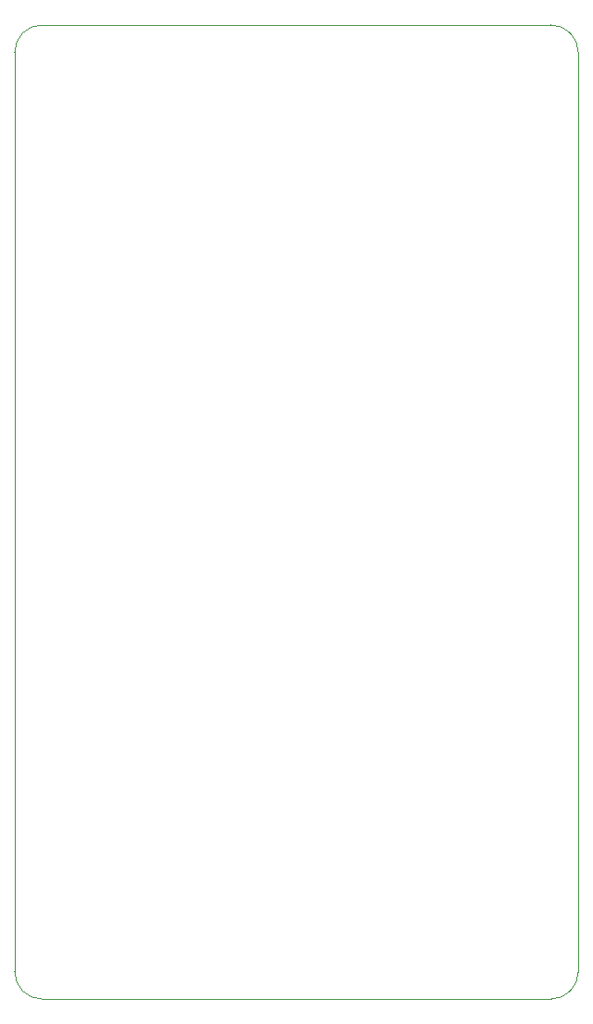
<source format=gm1>
G04 #@! TF.GenerationSoftware,KiCad,Pcbnew,(5.1.4)-1*
G04 #@! TF.CreationDate,2019-12-31T15:47:17-06:00*
G04 #@! TF.ProjectId,bldc_controller_v2,626c6463-5f63-46f6-9e74-726f6c6c6572,rev?*
G04 #@! TF.SameCoordinates,Original*
G04 #@! TF.FileFunction,Profile,NP*
%FSLAX46Y46*%
G04 Gerber Fmt 4.6, Leading zero omitted, Abs format (unit mm)*
G04 Created by KiCad (PCBNEW (5.1.4)-1) date 2019-12-31 15:47:17*
%MOMM*%
%LPD*%
G04 APERTURE LIST*
%ADD10C,0.100000*%
G04 APERTURE END LIST*
D10*
X162000000Y-61000000D02*
G75*
G02X164500000Y-63500000I0J-2500000D01*
G01*
X164500000Y-147500000D02*
G75*
G02X162000000Y-150000000I-2500000J0D01*
G01*
X115500000Y-150000000D02*
G75*
G02X113000000Y-147500000I0J2500000D01*
G01*
X162000000Y-150000000D02*
X115500000Y-150000000D01*
X164500000Y-63500000D02*
X164500000Y-147500000D01*
X113000000Y-63500000D02*
G75*
G02X115500000Y-61000000I2500000J0D01*
G01*
X162000000Y-61000000D02*
X115500000Y-61000000D01*
X113000000Y-63500000D02*
X113000000Y-147500000D01*
M02*

</source>
